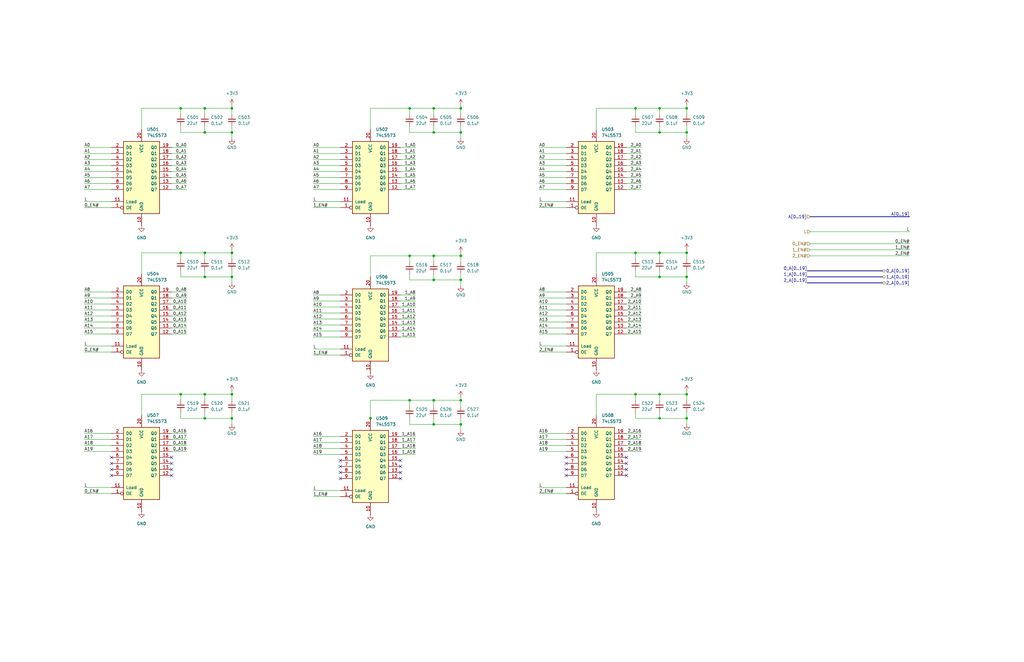
<source format=kicad_sch>
(kicad_sch (version 20231120) (generator "eeschema") (generator_version "8.0")
  (paper "USLedger")
  (lib_symbols
    (symbol "74xx:74LS573" (pin_names (offset 1.016))
      (property "Reference" "U" (at -7.62 16.51 0))
      (property "Value" "74LS573" (at -7.62 -16.51 0))
      (symbol "74LS573_1_0"
        (pin input inverted (at -12.7 -12.7 0) (length 5.08) (name "OE") (number "1"))
        (pin power_in line (at 0 -20.32 90) (length 5.08) (name "GND") (number "10"))
        (pin input line (at -12.7 -10.16 0) (length 5.08) (name "Load") (number "11"))
        (pin tri_state line (at 12.7 -5.08 180) (length 5.08) (name "Q7") (number "12"))
        (pin tri_state line (at 12.7 -2.54 180) (length 5.08) (name "Q6") (number "13"))
        (pin tri_state line (at 12.7 0 180) (length 5.08) (name "Q5") (number "14"))
        (pin tri_state line (at 12.7 2.54 180) (length 5.08) (name "Q4") (number "15"))
        (pin tri_state line (at 12.7 5.08 180) (length 5.08) (name "Q3") (number "16"))
        (pin tri_state line (at 12.7 7.62 180) (length 5.08) (name "Q2") (number "17"))
        (pin tri_state line (at 12.7 10.16 180) (length 5.08) (name "Q1") (number "18"))
        (pin tri_state line (at 12.7 12.7 180) (length 5.08) (name "Q0") (number "19"))
        (pin input line (at -12.7 12.7 0) (length 5.08) (name "D0") (number "2"))
        (pin power_in line (at 0 20.32 270) (length 5.08) (name "VCC") (number "20"))
        (pin input line (at -12.7 10.16 0) (length 5.08) (name "D1") (number "3"))
        (pin input line (at -12.7 7.62 0) (length 5.08) (name "D2") (number "4"))
        (pin input line (at -12.7 5.08 0) (length 5.08) (name "D3") (number "5"))
        (pin input line (at -12.7 2.54 0) (length 5.08) (name "D4") (number "6"))
        (pin input line (at -12.7 0 0) (length 5.08) (name "D5") (number "7"))
        (pin input line (at -12.7 -2.54 0) (length 5.08) (name "D6") (number "8"))
        (pin input line (at -12.7 -5.08 0) (length 5.08) (name "D7") (number "9"))
      )
      (symbol "74LS573_1_1"
        (rectangle (start -7.62 15.24) (end 7.62 -15.24) (stroke (width 0.254)) (fill (type background)))
      )
    )
    (symbol "Device:C_Small" (pin_numbers hide) (pin_names (offset 0.254) hide)
      (property "Reference" "C" (at 0.254 1.778 0))
      (property "Value" "C_Small" (at 0.254 -2.032 0))
      (symbol "C_Small_0_1"
        (polyline (pts (xy -1.524 -0.508) (xy 1.524 -0.508)) (stroke (width 0.3302)))
        (polyline (pts (xy -1.524 0.508) (xy 1.524 0.508)) (stroke (width 0.3048)))
      )
      (symbol "C_Small_1_1"
        (pin passive line (at 0 2.54 270) (length 2.032) (name "~") (number "1"))
        (pin passive line (at 0 -2.54 90) (length 2.032) (name "~") (number "2"))
      )
    )
    (symbol "power:+3V3" (power) (pin_numbers hide) (pin_names (offset 0) hide)
      (property "Value" "+3V3" (at 0 3.556 0))
      (symbol "+3V3_0_1"
        (polyline (pts (xy -0.762 1.27) (xy 0 2.54)))
        (polyline (pts (xy 0 0) (xy 0 2.54)))
        (polyline (pts (xy 0 2.54) (xy 0.762 1.27)))
      )
      (symbol "+3V3_1_1"
        (pin power_in line (at 0 0 90) (length 0) (name "~") (number "1"))
      )
    )
    (symbol "power:GND" (power) (pin_numbers hide) (pin_names (offset 0) hide)
      (property "Value" "GND" (at 0 -3.81 0))
      (symbol "GND_0_1"
        (polyline (pts (xy 0 0) (xy 0 -1.27) (xy 1.27 -1.27) (xy 0 -2.54) (xy -1.27 -1.27) (xy 0 -1.27)))
      )
      (symbol "GND_1_1"
        (pin power_in line (at 0 0 270) (length 0) (name "~") (number "1"))
      )
    )
  )
  (junction (at 76.2 106.68))
  (junction (at 172.72 45.72))
  (junction (at 97.79 45.72))
  (junction (at 289.56 106.68))
  (junction (at 86.36 166.37))
  (junction (at 97.79 166.37))
  (junction (at 76.2 45.72))
  (junction (at 289.56 166.37))
  (junction (at 278.13 166.37))
  (junction (at 182.88 179.07))
  (junction (at 182.88 55.88))
  (junction (at 267.97 45.72))
  (junction (at 278.13 55.88))
  (junction (at 172.72 168.91))
  (junction (at 172.72 107.95))
  (junction (at 97.79 176.53))
  (junction (at 86.36 106.68))
  (junction (at 97.79 116.84))
  (junction (at 86.36 45.72))
  (junction (at 289.56 55.88))
  (junction (at 278.13 45.72))
  (junction (at 182.88 168.91))
  (junction (at 289.56 116.84))
  (junction (at 289.56 176.53))
  (junction (at 278.13 116.84))
  (junction (at 97.79 106.68))
  (junction (at 194.31 45.72))
  (junction (at 86.36 116.84))
  (junction (at 194.31 168.91))
  (junction (at 97.79 55.88))
  (junction (at 267.97 106.68))
  (junction (at 194.31 55.88))
  (junction (at 76.2 166.37))
  (junction (at 194.31 118.11))
  (junction (at 182.88 45.72))
  (junction (at 278.13 106.68))
  (junction (at 182.88 107.95))
  (junction (at 156.21 176.53))
  (junction (at 194.31 179.07))
  (junction (at 86.36 176.53))
  (junction (at 267.97 166.37))
  (junction (at 289.56 45.72))
  (junction (at 278.13 176.53))
  (junction (at 86.36 55.88))
  (junction (at 194.31 107.95))
  (junction (at 182.88 118.11))
  (no_connect (at 72.39 198.12))
  (no_connect (at 46.99 195.58))
  (no_connect (at 46.99 193.04))
  (no_connect (at 46.99 200.66))
  (no_connect (at 143.51 199.39))
  (no_connect (at 46.99 198.12))
  (no_connect (at 264.16 193.04))
  (no_connect (at 72.39 193.04))
  (no_connect (at 264.16 195.58))
  (no_connect (at 238.76 195.58))
  (no_connect (at 143.51 194.31))
  (no_connect (at 143.51 201.93))
  (no_connect (at 72.39 200.66))
  (no_connect (at 72.39 195.58))
  (no_connect (at 168.91 194.31))
  (no_connect (at 168.91 201.93))
  (no_connect (at 264.16 198.12))
  (no_connect (at 238.76 198.12))
  (no_connect (at 168.91 196.85))
  (no_connect (at 238.76 200.66))
  (no_connect (at 143.51 196.85))
  (no_connect (at 238.76 193.04))
  (no_connect (at 168.91 199.39))
  (no_connect (at 264.16 200.66))
  (wire (pts (xy 278.13 106.68) (xy 278.13 109.22)))
  (wire (pts (xy 182.88 45.72) (xy 194.31 45.72)))
  (wire (pts (xy 86.36 166.37) (xy 86.36 168.91)))
  (wire (pts (xy 72.39 128.27) (xy 78.74 128.27)))
  (wire (pts (xy 168.91 77.47) (xy 175.26 77.47)))
  (wire (pts (xy 168.91 186.69) (xy 175.26 186.69)))
  (wire (pts (xy 132.08 132.08) (xy 143.51 132.08)))
  (wire (pts (xy 132.08 186.69) (xy 143.51 186.69)))
  (wire (pts (xy 97.79 45.72) (xy 97.79 48.26)))
  (wire (pts (xy 227.33 146.05) (xy 238.76 146.05)))
  (wire (pts (xy 72.39 125.73) (xy 78.74 125.73)))
  (wire (pts (xy 156.21 54.61) (xy 156.21 45.72)))
  (wire (pts (xy 227.33 135.89) (xy 238.76 135.89)))
  (wire (pts (xy 267.97 116.84) (xy 278.13 116.84)))
  (wire (pts (xy 264.16 130.81) (xy 270.51 130.81)))
  (wire (pts (xy 194.31 53.34) (xy 194.31 55.88)))
  (wire (pts (xy 35.56 62.23) (xy 46.99 62.23)))
  (wire (pts (xy 35.56 140.97) (xy 46.99 140.97)))
  (wire (pts (xy 35.56 80.01) (xy 46.99 80.01)))
  (wire (pts (xy 182.88 45.72) (xy 182.88 48.26)))
  (wire (pts (xy 182.88 53.34) (xy 182.88 55.88)))
  (wire (pts (xy 194.31 168.91) (xy 194.31 171.45)))
  (wire (pts (xy 168.91 67.31) (xy 175.26 67.31)))
  (wire (pts (xy 86.36 116.84) (xy 97.79 116.84)))
  (wire (pts (xy 227.33 62.23) (xy 238.76 62.23)))
  (wire (pts (xy 86.36 173.99) (xy 86.36 176.53)))
  (wire (pts (xy 72.39 130.81) (xy 78.74 130.81)))
  (wire (pts (xy 132.08 207.01) (xy 143.51 207.01)))
  (wire (pts (xy 72.39 182.88) (xy 78.74 182.88)))
  (wire (pts (xy 267.97 109.22) (xy 267.97 106.68)))
  (bus (pts (xy 340.36 119.38) (xy 372.11 119.38)))
  (wire (pts (xy 182.88 107.95) (xy 182.88 110.49)))
  (wire (pts (xy 267.97 48.26) (xy 267.97 45.72)))
  (wire (pts (xy 182.88 115.57) (xy 182.88 118.11)))
  (bus (pts (xy 340.36 116.84) (xy 372.11 116.84)))
  (wire (pts (xy 97.79 105.41) (xy 97.79 106.68)))
  (wire (pts (xy 35.56 128.27) (xy 46.99 128.27)))
  (wire (pts (xy 182.88 55.88) (xy 194.31 55.88)))
  (wire (pts (xy 86.36 106.68) (xy 86.36 109.22)))
  (wire (pts (xy 227.33 125.73) (xy 238.76 125.73)))
  (wire (pts (xy 267.97 168.91) (xy 267.97 166.37)))
  (wire (pts (xy 76.2 173.99) (xy 76.2 176.53)))
  (wire (pts (xy 59.69 45.72) (xy 76.2 45.72)))
  (wire (pts (xy 251.46 166.37) (xy 267.97 166.37)))
  (wire (pts (xy 264.16 135.89) (xy 270.51 135.89)))
  (wire (pts (xy 132.08 129.54) (xy 143.51 129.54)))
  (wire (pts (xy 97.79 114.3) (xy 97.79 116.84)))
  (wire (pts (xy 251.46 106.68) (xy 267.97 106.68)))
  (wire (pts (xy 172.72 55.88) (xy 182.88 55.88)))
  (wire (pts (xy 227.33 74.93) (xy 238.76 74.93)))
  (wire (pts (xy 35.56 69.85) (xy 46.99 69.85)))
  (wire (pts (xy 76.2 116.84) (xy 86.36 116.84)))
  (wire (pts (xy 168.91 139.7) (xy 175.26 139.7)))
  (wire (pts (xy 86.36 114.3) (xy 86.36 116.84)))
  (wire (pts (xy 35.56 125.73) (xy 46.99 125.73)))
  (wire (pts (xy 168.91 184.15) (xy 175.26 184.15)))
  (wire (pts (xy 35.56 74.93) (xy 46.99 74.93)))
  (wire (pts (xy 132.08 72.39) (xy 143.51 72.39)))
  (wire (pts (xy 168.91 69.85) (xy 175.26 69.85)))
  (wire (pts (xy 194.31 176.53) (xy 194.31 179.07)))
  (wire (pts (xy 168.91 129.54) (xy 175.26 129.54)))
  (wire (pts (xy 72.39 74.93) (xy 78.74 74.93)))
  (wire (pts (xy 289.56 45.72) (xy 289.56 48.26)))
  (wire (pts (xy 59.69 115.57) (xy 59.69 106.68)))
  (wire (pts (xy 132.08 85.09) (xy 143.51 85.09)))
  (wire (pts (xy 97.79 44.45) (xy 97.79 45.72)))
  (wire (pts (xy 278.13 45.72) (xy 289.56 45.72)))
  (wire (pts (xy 194.31 118.11) (xy 194.31 120.65)))
  (wire (pts (xy 72.39 64.77) (xy 78.74 64.77)))
  (wire (pts (xy 227.33 128.27) (xy 238.76 128.27)))
  (wire (pts (xy 278.13 53.34) (xy 278.13 55.88)))
  (wire (pts (xy 72.39 185.42) (xy 78.74 185.42)))
  (wire (pts (xy 172.72 176.53) (xy 172.72 179.07)))
  (wire (pts (xy 182.88 118.11) (xy 194.31 118.11)))
  (wire (pts (xy 194.31 45.72) (xy 194.31 48.26)))
  (wire (pts (xy 59.69 175.26) (xy 59.69 166.37)))
  (wire (pts (xy 341.63 105.41) (xy 383.54 105.41)))
  (wire (pts (xy 59.69 106.68) (xy 76.2 106.68)))
  (wire (pts (xy 97.79 173.99) (xy 97.79 176.53)))
  (wire (pts (xy 227.33 130.81) (xy 238.76 130.81)))
  (wire (pts (xy 35.56 146.05) (xy 46.99 146.05)))
  (wire (pts (xy 289.56 55.88) (xy 289.56 58.42)))
  (wire (pts (xy 72.39 62.23) (xy 78.74 62.23)))
  (wire (pts (xy 76.2 55.88) (xy 86.36 55.88)))
  (wire (pts (xy 227.33 64.77) (xy 238.76 64.77)))
  (wire (pts (xy 168.91 127) (xy 175.26 127)))
  (wire (pts (xy 278.13 173.99) (xy 278.13 176.53)))
  (wire (pts (xy 86.36 55.88) (xy 97.79 55.88)))
  (wire (pts (xy 35.56 135.89) (xy 46.99 135.89)))
  (wire (pts (xy 182.88 179.07) (xy 194.31 179.07)))
  (wire (pts (xy 251.46 115.57) (xy 251.46 106.68)))
  (wire (pts (xy 227.33 123.19) (xy 238.76 123.19)))
  (wire (pts (xy 35.56 208.28) (xy 46.99 208.28)))
  (wire (pts (xy 267.97 166.37) (xy 278.13 166.37)))
  (wire (pts (xy 35.56 182.88) (xy 46.99 182.88)))
  (wire (pts (xy 156.21 168.91) (xy 172.72 168.91)))
  (wire (pts (xy 264.16 69.85) (xy 270.51 69.85)))
  (wire (pts (xy 227.33 133.35) (xy 238.76 133.35)))
  (wire (pts (xy 278.13 45.72) (xy 278.13 48.26)))
  (wire (pts (xy 59.69 166.37) (xy 76.2 166.37)))
  (wire (pts (xy 264.16 77.47) (xy 270.51 77.47)))
  (wire (pts (xy 172.72 107.95) (xy 182.88 107.95)))
  (wire (pts (xy 97.79 53.34) (xy 97.79 55.88)))
  (wire (pts (xy 289.56 53.34) (xy 289.56 55.88)))
  (wire (pts (xy 341.63 102.87) (xy 383.54 102.87)))
  (wire (pts (xy 132.08 77.47) (xy 143.51 77.47)))
  (wire (pts (xy 156.21 107.95) (xy 172.72 107.95)))
  (wire (pts (xy 289.56 44.45) (xy 289.56 45.72)))
  (wire (pts (xy 35.56 148.59) (xy 46.99 148.59)))
  (wire (pts (xy 172.72 110.49) (xy 172.72 107.95)))
  (wire (pts (xy 264.16 80.01) (xy 270.51 80.01)))
  (wire (pts (xy 194.31 44.45) (xy 194.31 45.72)))
  (wire (pts (xy 227.33 140.97) (xy 238.76 140.97)))
  (wire (pts (xy 132.08 62.23) (xy 143.51 62.23)))
  (wire (pts (xy 341.63 107.95) (xy 383.54 107.95)))
  (wire (pts (xy 76.2 168.91) (xy 76.2 166.37)))
  (wire (pts (xy 194.31 167.64) (xy 194.31 168.91)))
  (wire (pts (xy 132.08 80.01) (xy 143.51 80.01)))
  (wire (pts (xy 194.31 179.07) (xy 194.31 181.61)))
  (wire (pts (xy 172.72 171.45) (xy 172.72 168.91)))
  (wire (pts (xy 168.91 80.01) (xy 175.26 80.01)))
  (wire (pts (xy 194.31 115.57) (xy 194.31 118.11)))
  (wire (pts (xy 76.2 166.37) (xy 86.36 166.37)))
  (wire (pts (xy 182.88 107.95) (xy 194.31 107.95)))
  (wire (pts (xy 76.2 53.34) (xy 76.2 55.88)))
  (wire (pts (xy 264.16 74.93) (xy 270.51 74.93)))
  (wire (pts (xy 227.33 190.5) (xy 238.76 190.5)))
  (wire (pts (xy 172.72 45.72) (xy 182.88 45.72)))
  (wire (pts (xy 86.36 166.37) (xy 97.79 166.37)))
  (wire (pts (xy 227.33 148.59) (xy 238.76 148.59)))
  (wire (pts (xy 289.56 173.99) (xy 289.56 176.53)))
  (wire (pts (xy 289.56 116.84) (xy 289.56 119.38)))
  (wire (pts (xy 97.79 55.88) (xy 97.79 58.42)))
  (wire (pts (xy 35.56 187.96) (xy 46.99 187.96)))
  (wire (pts (xy 168.91 191.77) (xy 175.26 191.77)))
  (bus (pts (xy 340.36 114.3) (xy 372.11 114.3)))
  (wire (pts (xy 264.16 72.39) (xy 270.51 72.39)))
  (wire (pts (xy 267.97 114.3) (xy 267.97 116.84)))
  (wire (pts (xy 168.91 64.77) (xy 175.26 64.77)))
  (wire (pts (xy 267.97 53.34) (xy 267.97 55.88)))
  (wire (pts (xy 278.13 116.84) (xy 289.56 116.84)))
  (wire (pts (xy 168.91 142.24) (xy 175.26 142.24)))
  (wire (pts (xy 35.56 123.19) (xy 46.99 123.19)))
  (wire (pts (xy 278.13 166.37) (xy 278.13 168.91)))
  (wire (pts (xy 132.08 127) (xy 143.51 127)))
  (wire (pts (xy 72.39 140.97) (xy 78.74 140.97)))
  (wire (pts (xy 172.72 179.07) (xy 182.88 179.07)))
  (wire (pts (xy 264.16 123.19) (xy 270.51 123.19)))
  (wire (pts (xy 251.46 54.61) (xy 251.46 45.72)))
  (wire (pts (xy 264.16 187.96) (xy 270.51 187.96)))
  (wire (pts (xy 264.16 125.73) (xy 270.51 125.73)))
  (wire (pts (xy 278.13 166.37) (xy 289.56 166.37)))
  (wire (pts (xy 86.36 45.72) (xy 86.36 48.26)))
  (wire (pts (xy 132.08 147.32) (xy 143.51 147.32)))
  (wire (pts (xy 86.36 45.72) (xy 97.79 45.72)))
  (wire (pts (xy 86.36 176.53) (xy 97.79 176.53)))
  (wire (pts (xy 76.2 106.68) (xy 86.36 106.68)))
  (wire (pts (xy 132.08 209.55) (xy 143.51 209.55)))
  (wire (pts (xy 72.39 135.89) (xy 78.74 135.89)))
  (wire (pts (xy 132.08 184.15) (xy 143.51 184.15)))
  (wire (pts (xy 72.39 187.96) (xy 78.74 187.96)))
  (wire (pts (xy 194.31 55.88) (xy 194.31 58.42)))
  (wire (pts (xy 168.91 72.39) (xy 175.26 72.39)))
  (wire (pts (xy 227.33 185.42) (xy 238.76 185.42)))
  (wire (pts (xy 172.72 53.34) (xy 172.72 55.88)))
  (wire (pts (xy 72.39 80.01) (xy 78.74 80.01)))
  (wire (pts (xy 227.33 87.63) (xy 238.76 87.63)))
  (wire (pts (xy 264.16 140.97) (xy 270.51 140.97)))
  (wire (pts (xy 264.16 128.27) (xy 270.51 128.27)))
  (wire (pts (xy 264.16 182.88) (xy 270.51 182.88)))
  (wire (pts (xy 194.31 107.95) (xy 194.31 110.49)))
  (wire (pts (xy 35.56 205.74) (xy 46.99 205.74)))
  (wire (pts (xy 132.08 191.77) (xy 143.51 191.77)))
  (wire (pts (xy 72.39 72.39) (xy 78.74 72.39)))
  (wire (pts (xy 97.79 106.68) (xy 97.79 109.22)))
  (wire (pts (xy 264.16 133.35) (xy 270.51 133.35)))
  (wire (pts (xy 132.08 149.86) (xy 143.51 149.86)))
  (wire (pts (xy 172.72 168.91) (xy 182.88 168.91)))
  (wire (pts (xy 156.21 177.8) (xy 156.21 176.53)))
  (wire (pts (xy 35.56 130.81) (xy 46.99 130.81)))
  (wire (pts (xy 267.97 55.88) (xy 278.13 55.88)))
  (wire (pts (xy 341.63 97.79) (xy 383.54 97.79)))
  (wire (pts (xy 76.2 114.3) (xy 76.2 116.84)))
  (wire (pts (xy 35.56 190.5) (xy 46.99 190.5)))
  (wire (pts (xy 267.97 45.72) (xy 278.13 45.72)))
  (wire (pts (xy 182.88 168.91) (xy 194.31 168.91)))
  (wire (pts (xy 35.56 67.31) (xy 46.99 67.31)))
  (wire (pts (xy 72.39 123.19) (xy 78.74 123.19)))
  (wire (pts (xy 132.08 142.24) (xy 143.51 142.24)))
  (wire (pts (xy 278.13 176.53) (xy 289.56 176.53)))
  (wire (pts (xy 267.97 106.68) (xy 278.13 106.68)))
  (wire (pts (xy 86.36 53.34) (xy 86.36 55.88)))
  (wire (pts (xy 264.16 138.43) (xy 270.51 138.43)))
  (wire (pts (xy 227.33 80.01) (xy 238.76 80.01)))
  (wire (pts (xy 132.08 189.23) (xy 143.51 189.23)))
  (wire (pts (xy 227.33 77.47) (xy 238.76 77.47)))
  (wire (pts (xy 172.72 115.57) (xy 172.72 118.11)))
  (wire (pts (xy 35.56 72.39) (xy 46.99 72.39)))
  (wire (pts (xy 264.16 185.42) (xy 270.51 185.42)))
  (wire (pts (xy 227.33 67.31) (xy 238.76 67.31)))
  (wire (pts (xy 35.56 87.63) (xy 46.99 87.63)))
  (wire (pts (xy 132.08 74.93) (xy 143.51 74.93)))
  (wire (pts (xy 72.39 69.85) (xy 78.74 69.85)))
  (wire (pts (xy 227.33 72.39) (xy 238.76 72.39)))
  (wire (pts (xy 267.97 173.99) (xy 267.97 176.53)))
  (wire (pts (xy 168.91 124.46) (xy 175.26 124.46)))
  (wire (pts (xy 278.13 114.3) (xy 278.13 116.84)))
  (wire (pts (xy 227.33 187.96) (xy 238.76 187.96)))
  (wire (pts (xy 132.08 124.46) (xy 143.51 124.46)))
  (wire (pts (xy 227.33 85.09) (xy 238.76 85.09)))
  (wire (pts (xy 289.56 165.1) (xy 289.56 166.37)))
  (wire (pts (xy 132.08 67.31) (xy 143.51 67.31)))
  (wire (pts (xy 168.91 134.62) (xy 175.26 134.62)))
  (wire (pts (xy 97.79 166.37) (xy 97.79 168.91)))
  (wire (pts (xy 35.56 85.09) (xy 46.99 85.09)))
  (wire (pts (xy 227.33 205.74) (xy 238.76 205.74)))
  (wire (pts (xy 132.08 137.16) (xy 143.51 137.16)))
  (wire (pts (xy 132.08 134.62) (xy 143.51 134.62)))
  (wire (pts (xy 168.91 137.16) (xy 175.26 137.16)))
  (wire (pts (xy 59.69 54.61) (xy 59.69 45.72)))
  (wire (pts (xy 72.39 190.5) (xy 78.74 190.5)))
  (wire (pts (xy 264.16 62.23) (xy 270.51 62.23)))
  (wire (pts (xy 72.39 67.31) (xy 78.74 67.31)))
  (wire (pts (xy 182.88 176.53) (xy 182.88 179.07)))
  (wire (pts (xy 264.16 64.77) (xy 270.51 64.77)))
  (wire (pts (xy 72.39 138.43) (xy 78.74 138.43)))
  (wire (pts (xy 132.08 87.63) (xy 143.51 87.63)))
  (wire (pts (xy 168.91 132.08) (xy 175.26 132.08)))
  (wire (pts (xy 289.56 114.3) (xy 289.56 116.84)))
  (wire (pts (xy 76.2 109.22) (xy 76.2 106.68)))
  (wire (pts (xy 86.36 106.68) (xy 97.79 106.68)))
  (wire (pts (xy 35.56 133.35) (xy 46.99 133.35)))
  (wire (pts (xy 227.33 182.88) (xy 238.76 182.88)))
  (wire (pts (xy 156.21 45.72) (xy 172.72 45.72)))
  (wire (pts (xy 194.31 106.68) (xy 194.31 107.95)))
  (wire (pts (xy 278.13 106.68) (xy 289.56 106.68)))
  (wire (pts (xy 227.33 208.28) (xy 238.76 208.28)))
  (wire (pts (xy 35.56 77.47) (xy 46.99 77.47)))
  (wire (pts (xy 172.72 48.26) (xy 172.72 45.72)))
  (wire (pts (xy 182.88 168.91) (xy 182.88 171.45)))
  (bus (pts (xy 383.54 91.44) (xy 341.63 91.44)))
  (wire (pts (xy 97.79 165.1) (xy 97.79 166.37)))
  (wire (pts (xy 264.16 67.31) (xy 270.51 67.31)))
  (wire (pts (xy 289.56 166.37) (xy 289.56 168.91)))
  (wire (pts (xy 251.46 45.72) (xy 267.97 45.72)))
  (wire (pts (xy 289.56 105.41) (xy 289.56 106.68)))
  (wire (pts (xy 76.2 176.53) (xy 86.36 176.53)))
  (wire (pts (xy 168.91 189.23) (xy 175.26 189.23)))
  (wire (pts (xy 72.39 133.35) (xy 78.74 133.35)))
  (wire (pts (xy 35.56 185.42) (xy 46.99 185.42)))
  (wire (pts (xy 289.56 106.68) (xy 289.56 109.22)))
  (wire (pts (xy 76.2 45.72) (xy 86.36 45.72)))
  (wire (pts (xy 168.91 62.23) (xy 175.26 62.23)))
  (wire (pts (xy 132.08 139.7) (xy 143.51 139.7)))
  (wire (pts (xy 156.21 176.53) (xy 156.21 168.91)))
  (wire (pts (xy 156.21 116.84) (xy 156.21 107.95)))
  (wire (pts (xy 267.97 176.53) (xy 278.13 176.53)))
  (wire (pts (xy 97.79 116.84) (xy 97.79 119.38)))
  (wire (pts (xy 132.08 64.77) (xy 143.51 64.77)))
  (wire (pts (xy 264.16 190.5) (xy 270.51 190.5)))
  (wire (pts (xy 251.46 175.26) (xy 251.46 166.37)))
  (wire (pts (xy 76.2 48.26) (xy 76.2 45.72)))
  (wire (pts (xy 97.79 176.53) (xy 97.79 179.07)))
  (wire (pts (xy 35.56 138.43) (xy 46.99 138.43)))
  (wire (pts (xy 289.56 176.53) (xy 289.56 179.07)))
  (wire (pts (xy 227.33 69.85) (xy 238.76 69.85)))
  (wire (pts (xy 72.39 77.47) (xy 78.74 77.47)))
  (wire (pts (xy 227.33 138.43) (xy 238.76 138.43)))
  (wire (pts (xy 168.91 74.93) (xy 175.26 74.93)))
  (wire (pts (xy 278.13 55.88) (xy 289.56 55.88)))
  (wire (pts (xy 35.56 64.77) (xy 46.99 64.77)))
  (wire (pts (xy 132.08 69.85) (xy 143.51 69.85)))
  (wire (pts (xy 172.72 118.11) (xy 182.88 118.11)))
  (label "2_A18" (at 270.51 187.96 180))
  (label "0_EN#" (at 383.54 102.87 180))
  (label "2_A[0..19]" (at 340.36 119.38 180))
  (label "1_A15" (at 175.26 142.24 180))
  (label "A15" (at 35.56 140.97 0))
  (label "2_A6" (at 270.51 77.47 180))
  (label "L" (at 227.33 205.74 0))
  (label "2_A10" (at 270.51 128.27 180))
  (label "0_A5" (at 78.74 74.93 180))
  (label "A2" (at 35.56 67.31 0))
  (label "2_EN#" (at 227.33 148.59 0))
  (label "1_A8" (at 175.26 124.46 180))
  (label "2_A1" (at 270.51 64.77 180))
  (label "A3" (at 132.08 69.85 0))
  (label "1_A9" (at 175.26 127 180))
  (label "A19" (at 132.08 191.77 0))
  (label "A1" (at 35.56 64.77 0))
  (label "2_A7" (at 270.51 80.01 180))
  (label "2_A13" (at 270.51 135.89 180))
  (label "0_A18" (at 78.74 187.96 180))
  (label "0_A2" (at 78.74 67.31 180))
  (label "1_A0" (at 175.26 62.23 180))
  (label "A4" (at 35.56 72.39 0))
  (label "A8" (at 227.33 123.19 0))
  (label "0_A7" (at 78.74 80.01 180))
  (label "A13" (at 132.08 137.16 0))
  (label "A9" (at 132.08 127 0))
  (label "A6" (at 35.56 77.47 0))
  (label "A15" (at 132.08 142.24 0))
  (label "1_EN#" (at 383.54 105.41 180))
  (label "A9" (at 227.33 125.73 0))
  (label "2_A0" (at 270.51 62.23 180))
  (label "A8" (at 132.08 124.46 0))
  (label "0_A10" (at 78.74 128.27 180))
  (label "A15" (at 227.33 140.97 0))
  (label "A11" (at 35.56 130.81 0))
  (label "A10" (at 35.56 128.27 0))
  (label "L" (at 35.56 85.09 0))
  (label "2_EN#" (at 383.54 107.95 180))
  (label "2_A17" (at 270.51 185.42 180))
  (label "A0" (at 132.08 62.23 0))
  (label "1_EN#" (at 132.08 209.55 0))
  (label "0_A13" (at 78.74 135.89 180))
  (label "L" (at 227.33 85.09 0))
  (label "0_A15" (at 78.74 140.97 180))
  (label "1_A6" (at 175.26 77.47 180))
  (label "0_A3" (at 78.74 69.85 180))
  (label "1_A5" (at 175.26 74.93 180))
  (label "A18" (at 35.56 187.96 0))
  (label "A8" (at 35.56 123.19 0))
  (label "0_A8" (at 78.74 123.19 180))
  (label "L" (at 383.54 97.79 180))
  (label "1_A19" (at 175.26 191.77 180))
  (label "L" (at 227.33 146.05 0))
  (label "A12" (at 132.08 134.62 0))
  (label "0_A19" (at 78.74 190.5 180))
  (label "A9" (at 35.56 125.73 0))
  (label "A3" (at 35.56 69.85 0))
  (label "L" (at 132.08 207.01 0))
  (label "0_A12" (at 78.74 133.35 180))
  (label "2_A3" (at 270.51 69.85 180))
  (label "1_A12" (at 175.26 134.62 180))
  (label "A10" (at 227.33 128.27 0))
  (label "A7" (at 227.33 80.01 0))
  (label "2_A9" (at 270.51 125.73 180))
  (label "A11" (at 132.08 132.08 0))
  (label "1_A18" (at 175.26 189.23 180))
  (label "A1" (at 227.33 64.77 0))
  (label "A16" (at 227.33 182.88 0))
  (label "A10" (at 132.08 129.54 0))
  (label "A3" (at 227.33 69.85 0))
  (label "A18" (at 132.08 189.23 0))
  (label "1_A13" (at 175.26 137.16 180))
  (label "A16" (at 35.56 182.88 0))
  (label "2_A4" (at 270.51 72.39 180))
  (label "0_A6" (at 78.74 77.47 180))
  (label "1_A17" (at 175.26 186.69 180))
  (label "2_A16" (at 270.51 182.88 180))
  (label "A5" (at 132.08 74.93 0))
  (label "A14" (at 227.33 138.43 0))
  (label "1_A1" (at 175.26 64.77 180))
  (label "0_A11" (at 78.74 130.81 180))
  (label "1_A14" (at 175.26 139.7 180))
  (label "A13" (at 35.56 135.89 0))
  (label "A17" (at 35.56 185.42 0))
  (label "2_EN#" (at 227.33 87.63 0))
  (label "0_A0" (at 78.74 62.23 180))
  (label "L" (at 132.08 147.32 0))
  (label "A0" (at 227.33 62.23 0))
  (label "A7" (at 132.08 80.01 0))
  (label "0_A[0..19]" (at 340.36 114.3 180))
  (label "A14" (at 132.08 139.7 0))
  (label "A17" (at 227.33 185.42 0))
  (label "A18" (at 227.33 187.96 0))
  (label "1_A4" (at 175.26 72.39 180))
  (label "A11" (at 227.33 130.81 0))
  (label "2_A19" (at 270.51 190.5 180))
  (label "2_A12" (at 270.51 133.35 180))
  (label "0_A9" (at 78.74 125.73 180))
  (label "2_A15" (at 270.51 140.97 180))
  (label "A6" (at 132.08 77.47 0))
  (label "A12" (at 227.33 133.35 0))
  (label "0_A16" (at 78.74 182.88 180))
  (label "A0" (at 35.56 62.23 0))
  (label "A12" (at 35.56 133.35 0))
  (label "A1" (at 132.08 64.77 0))
  (label "A5" (at 35.56 74.93 0))
  (label "A5" (at 227.33 74.93 0))
  (label "1_A[0..19]" (at 340.36 116.84 180))
  (label "A16" (at 132.08 184.15 0))
  (label "L" (at 132.08 85.09 0))
  (label "L" (at 35.56 146.05 0))
  (label "A6" (at 227.33 77.47 0))
  (label "A19" (at 227.33 190.5 0))
  (label "L" (at 35.56 205.74 0))
  (label "1_A11" (at 175.26 132.08 180))
  (label "2_A2" (at 270.51 67.31 180))
  (label "1_A16" (at 175.26 184.15 180))
  (label "2_A5" (at 270.51 74.93 180))
  (label "2_A14" (at 270.51 138.43 180))
  (label "1_EN#" (at 132.08 149.86 0))
  (label "A4" (at 227.33 72.39 0))
  (label "A13" (at 227.33 135.89 0))
  (label "1_A3" (at 175.26 69.85 180))
  (label "0_A17" (at 78.74 185.42 180))
  (label "A19" (at 35.56 190.5 0))
  (label "A17" (at 132.08 186.69 0))
  (label "0_A1" (at 78.74 64.77 180))
  (label "A2" (at 227.33 67.31 0))
  (label "0_EN#" (at 35.56 148.59 0))
  (label "2_EN#" (at 227.33 208.28 0))
  (label "2_A11" (at 270.51 130.81 180))
  (label "0_A4" (at 78.74 72.39 180))
  (label "1_EN#" (at 132.08 87.63 0))
  (label "0_EN#" (at 35.56 208.28 0))
  (label "0_A14" (at 78.74 138.43 180))
  (label "A4" (at 132.08 72.39 0))
  (label "A7" (at 35.56 80.01 0))
  (label "1_A10" (at 175.26 129.54 180))
  (label "A2" (at 132.08 67.31 0))
  (label "1_A2" (at 175.26 67.31 180))
  (label "1_A7" (at 175.26 80.01 180))
  (label "0_EN#" (at 35.56 87.63 0))
  (label "2_A8" (at 270.51 123.19 180))
  (label "A14" (at 35.56 138.43 0))
  (label "A[0..19]" (at 383.54 91.44 180))
  (hierarchical_label "0_EN#" (shape input) (at 341.63 102.87 180))
  (hierarchical_label "1_A[0..19]" (shape tri_state) (at 372.11 116.84 0))
  (hierarchical_label "A[0..19]" (shape input) (at 341.63 91.44 180))
  (hierarchical_label "L" (shape input) (at 341.63 97.79 180))
  (hierarchical_label "1_EN#" (shape input) (at 341.63 105.41 180))
  (hierarchical_label "0_A[0..19]" (shape tri_state) (at 372.11 114.3 0))
  (hierarchical_label "2_EN#" (shape input) (at 341.63 107.95 180))
  (hierarchical_label "2_A[0..19]" (shape tri_state) (at 372.11 119.38 0))
  (symbol (lib_id "power:+3V3") (at 289.56 165.1 0) (unit 1)
    (property "Reference" "#PWR0520" (effects (hide yes)))
    (property "Value" "+3V3" (at 289.56 160.02 0))
    (property "Description" "Power symbol creates a global label with name \"+3V3\"" (effects (hide yes)))
  )
  (symbol (lib_id "power:GND") (at 97.79 179.07 0) (unit 1)
    (property "Reference" "#PWR0522" (effects (hide yes)))
    (property "Value" "GND" (at 97.79 182.88 0))
    (property "Description" "Power symbol creates a global label with name \"GND\" , ground" (effects (hide yes)))
  )
  (symbol (lib_id "power:GND") (at 97.79 119.38 0) (unit 1)
    (property "Reference" "#PWR0513" (effects (hide yes)))
    (property "Value" "GND" (at 97.79 123.19 0))
    (property "Description" "Power symbol creates a global label with name \"GND\" , ground" (effects (hide yes)))
  )
  (symbol (lib_id "power:GND") (at 156.21 95.25 0) (unit 1)
    (property "Reference" "#PWR0508" (effects (hide yes)))
    (property "Value" "GND" (at 156.21 100.33 0))
    (property "Description" "Power symbol creates a global label with name \"GND\" , ground" (effects (hide yes)))
  )
  (symbol (lib_id "Device:C_Small") (at 76.2 50.8 0) (unit 1)
    (property "Reference" "C501" (at 78.74 49.5362 0) (effects (justify left)))
    (property "Value" "22uf" (at 78.74 52.0762 0) (effects (justify left)))
    (property "Footprint" "Capacitor_SMD:C_0603_1608Metric" (effects (hide yes)))
    (property "Description" "Unpolarized capacitor, small symbol" (effects (hide yes)))
    (property "LCSC Part #" "C59461" (effects (hide yes)))
    (property "Digi-Key Part Number" "490-7611-1-ND" (effects (hide yes)))
  )
  (symbol (lib_id "Device:C_Small") (at 97.79 171.45 0) (unit 1)
    (property "Reference" "C521" (at 100.33 170.1862 0) (effects (justify left)))
    (property "Value" "0.1uf" (at 100.33 172.7262 0) (effects (justify left)))
    (property "Footprint" "Capacitor_SMD:C_0402_1005Metric" (effects (hide yes)))
    (property "Description" "Unpolarized capacitor, small symbol" (effects (hide yes)))
    (property "LCSC Part #" "C1525" (effects (hide yes)))
    (property "Digi-Key Part Number" "490-6328-1-ND" (effects (hide yes)))
  )
  (symbol (lib_id "74xx:74LS573") (at 59.69 135.89 0) (unit 1)
    (property "Reference" "U504" (at 61.8841 115.57 0) (effects (justify left)))
    (property "Value" "74LS573" (at 61.8841 118.11 0) (effects (justify left)))
    (property "Footprint" "Package_SO:SSOP-20_4.4x6.5mm_P0.65mm" (effects (hide yes)))
    (property "Datasheet" "74xx/74hc573.pdf" (effects (hide yes)))
    (property "Description" "8-bit Latch 3-state outputs" (effects (hide yes)))
    (property "LCSC Part #" "C7194124" (effects (hide yes)))
  )
  (symbol (lib_id "power:+3V3") (at 289.56 105.41 0) (unit 1)
    (property "Reference" "#PWR0511" (effects (hide yes)))
    (property "Value" "+3V3" (at 289.56 100.33 0))
    (property "Description" "Power symbol creates a global label with name \"+3V3\"" (effects (hide yes)))
  )
  (symbol (lib_id "Device:C_Small") (at 194.31 113.03 0) (unit 1)
    (property "Reference" "C518" (at 196.85 111.7662 0) (effects (justify left)))
    (property "Value" "0.1uf" (at 196.85 114.3062 0) (effects (justify left)))
    (property "Footprint" "Capacitor_SMD:C_0402_1005Metric" (effects (hide yes)))
    (property "Description" "Unpolarized capacitor, small symbol" (effects (hide yes)))
    (property "LCSC Part #" "C1525" (effects (hide yes)))
    (property "Digi-Key Part Number" "490-6328-1-ND" (effects (hide yes)))
  )
  (symbol (lib_id "power:GND") (at 59.69 95.25 0) (unit 1)
    (property "Reference" "#PWR0507" (effects (hide yes)))
    (property "Value" "GND" (at 59.69 100.33 0))
    (property "Description" "Power symbol creates a global label with name \"GND\" , ground" (effects (hide yes)))
  )
  (symbol (lib_id "Device:C_Small") (at 267.97 50.8 0) (unit 1)
    (property "Reference" "C507" (at 270.51 49.5362 0) (effects (justify left)))
    (property "Value" "22uf" (at 270.51 52.0762 0) (effects (justify left)))
    (property "Footprint" "Capacitor_SMD:C_0603_1608Metric" (effects (hide yes)))
    (property "Description" "Unpolarized capacitor, small symbol" (effects (hide yes)))
    (property "LCSC Part #" "C59461" (effects (hide yes)))
    (property "Digi-Key Part Number" "490-7611-1-ND" (effects (hide yes)))
  )
  (symbol (lib_id "Device:C_Small") (at 182.88 50.8 0) (unit 1)
    (property "Reference" "C505" (at 185.42 49.5362 0) (effects (justify left)))
    (property "Value" "0.1uf" (at 185.42 52.0762 0) (effects (justify left)))
    (property "Footprint" "Capacitor_SMD:C_0402_1005Metric" (effects (hide yes)))
    (property "Description" "Unpolarized capacitor, small symbol" (effects (hide yes)))
    (property "LCSC Part #" "C1525" (effects (hide yes)))
    (property "Digi-Key Part Number" "490-6328-1-ND" (effects (hide yes)))
  )
  (symbol (lib_id "Device:C_Small") (at 86.36 111.76 0) (unit 1)
    (property "Reference" "C511" (at 88.9 110.4962 0) (effects (justify left)))
    (property "Value" "0.1uf" (at 88.9 113.0362 0) (effects (justify left)))
    (property "Footprint" "Capacitor_SMD:C_0402_1005Metric" (effects (hide yes)))
    (property "Description" "Unpolarized capacitor, small symbol" (effects (hide yes)))
    (property "LCSC Part #" "C1525" (effects (hide yes)))
    (property "Digi-Key Part Number" "490-6328-1-ND" (effects (hide yes)))
  )
  (symbol (lib_id "Device:C_Small") (at 172.72 173.99 0) (unit 1)
    (property "Reference" "C525" (at 175.26 172.7262 0) (effects (justify left)))
    (property "Value" "22uf" (at 175.26 175.2662 0) (effects (justify left)))
    (property "Footprint" "Capacitor_SMD:C_0603_1608Metric" (effects (hide yes)))
    (property "Description" "Unpolarized capacitor, small symbol" (effects (hide yes)))
    (property "LCSC Part #" "C59461" (effects (hide yes)))
    (property "Digi-Key Part Number" "490-7611-1-ND" (effects (hide yes)))
  )
  (symbol (lib_id "Device:C_Small") (at 172.72 113.03 0) (unit 1)
    (property "Reference" "C516" (at 175.26 111.7662 0) (effects (justify left)))
    (property "Value" "22uf" (at 175.26 114.3062 0) (effects (justify left)))
    (property "Footprint" "Capacitor_SMD:C_0603_1608Metric" (effects (hide yes)))
    (property "Description" "Unpolarized capacitor, small symbol" (effects (hide yes)))
    (property "LCSC Part #" "C59461" (effects (hide yes)))
    (property "Digi-Key Part Number" "490-7611-1-ND" (effects (hide yes)))
  )
  (symbol (lib_id "74xx:74LS573") (at 251.46 195.58 0) (unit 1)
    (property "Reference" "U508" (at 253.6541 175.26 0) (effects (justify left)))
    (property "Value" "74LS573" (at 253.6541 177.8 0) (effects (justify left)))
    (property "Footprint" "Package_SO:SSOP-20_4.4x6.5mm_P0.65mm" (effects (hide yes)))
    (property "Datasheet" "74xx/74hc573.pdf" (effects (hide yes)))
    (property "Description" "8-bit Latch 3-state outputs" (effects (hide yes)))
    (property "LCSC Part #" "C7194124" (effects (hide yes)))
  )
  (symbol (lib_id "74xx:74LS573") (at 156.21 137.16 0) (unit 1)
    (property "Reference" "U506" (at 158.4041 116.84 0) (effects (justify left)))
    (property "Value" "74LS573" (at 158.4041 119.38 0) (effects (justify left)))
    (property "Footprint" "Package_SO:SSOP-20_4.4x6.5mm_P0.65mm" (effects (hide yes)))
    (property "Datasheet" "74xx/74hc573.pdf" (effects (hide yes)))
    (property "Description" "8-bit Latch 3-state outputs" (effects (hide yes)))
    (property "LCSC Part #" "C7194124" (effects (hide yes)))
  )
  (symbol (lib_id "74xx:74LS573") (at 251.46 135.89 0) (unit 1)
    (property "Reference" "U505" (at 253.6541 115.57 0) (effects (justify left)))
    (property "Value" "74LS573" (at 253.6541 118.11 0) (effects (justify left)))
    (property "Footprint" "Package_SO:SSOP-20_4.4x6.5mm_P0.65mm" (effects (hide yes)))
    (property "Datasheet" "74xx/74hc573.pdf" (effects (hide yes)))
    (property "Description" "8-bit Latch 3-state outputs" (effects (hide yes)))
    (property "LCSC Part #" "C7194124" (effects (hide yes)))
  )
  (symbol (lib_id "Device:C_Small") (at 172.72 50.8 0) (unit 1)
    (property "Reference" "C504" (at 175.26 49.5362 0) (effects (justify left)))
    (property "Value" "22uf" (at 175.26 52.0762 0) (effects (justify left)))
    (property "Footprint" "Capacitor_SMD:C_0603_1608Metric" (effects (hide yes)))
    (property "Description" "Unpolarized capacitor, small symbol" (effects (hide yes)))
    (property "LCSC Part #" "C59461" (effects (hide yes)))
    (property "Digi-Key Part Number" "490-7611-1-ND" (effects (hide yes)))
  )
  (symbol (lib_id "Device:C_Small") (at 278.13 111.76 0) (unit 1)
    (property "Reference" "C514" (at 280.67 110.4962 0) (effects (justify left)))
    (property "Value" "0.1uf" (at 280.67 113.0362 0) (effects (justify left)))
    (property "Footprint" "Capacitor_SMD:C_0402_1005Metric" (effects (hide yes)))
    (property "Description" "Unpolarized capacitor, small symbol" (effects (hide yes)))
    (property "LCSC Part #" "C1525" (effects (hide yes)))
    (property "Digi-Key Part Number" "490-6328-1-ND" (effects (hide yes)))
  )
  (symbol (lib_id "74xx:74LS573") (at 251.46 74.93 0) (unit 1)
    (property "Reference" "U503" (at 253.6541 54.61 0) (effects (justify left)))
    (property "Value" "74LS573" (at 253.6541 57.15 0) (effects (justify left)))
    (property "Footprint" "Package_SO:SSOP-20_4.4x6.5mm_P0.65mm" (effects (hide yes)))
    (property "Datasheet" "74xx/74hc573.pdf" (effects (hide yes)))
    (property "Description" "8-bit Latch 3-state outputs" (effects (hide yes)))
    (property "LCSC Part #" "C7194124" (effects (hide yes)))
  )
  (symbol (lib_id "power:+3V3") (at 194.31 106.68 0) (unit 1)
    (property "Reference" "#PWR0512" (effects (hide yes)))
    (property "Value" "+3V3" (at 194.31 101.6 0))
    (property "Description" "Power symbol creates a global label with name \"+3V3\"" (effects (hide yes)))
  )
  (symbol (lib_id "Device:C_Small") (at 86.36 171.45 0) (unit 1)
    (property "Reference" "C520" (at 88.9 170.1862 0) (effects (justify left)))
    (property "Value" "0.1uf" (at 88.9 172.7262 0) (effects (justify left)))
    (property "Footprint" "Capacitor_SMD:C_0402_1005Metric" (effects (hide yes)))
    (property "Description" "Unpolarized capacitor, small symbol" (effects (hide yes)))
    (property "LCSC Part #" "C1525" (effects (hide yes)))
    (property "Digi-Key Part Number" "490-6328-1-ND" (effects (hide yes)))
  )
  (symbol (lib_id "Device:C_Small") (at 76.2 171.45 0) (unit 1)
    (property "Reference" "C519" (at 78.74 170.1862 0) (effects (justify left)))
    (property "Value" "22uf" (at 78.74 172.7262 0) (effects (justify left)))
    (property "Footprint" "Capacitor_SMD:C_0603_1608Metric" (effects (hide yes)))
    (property "Description" "Unpolarized capacitor, small symbol" (effects (hide yes)))
    (property "LCSC Part #" "C59461" (effects (hide yes)))
    (property "Digi-Key Part Number" "490-7611-1-ND" (effects (hide yes)))
  )
  (symbol (lib_id "Device:C_Small") (at 267.97 171.45 0) (unit 1)
    (property "Reference" "C522" (at 270.51 170.1862 0) (effects (justify left)))
    (property "Value" "22uf" (at 270.51 172.7262 0) (effects (justify left)))
    (property "Footprint" "Capacitor_SMD:C_0603_1608Metric" (effects (hide yes)))
    (property "Description" "Unpolarized capacitor, small symbol" (effects (hide yes)))
    (property "LCSC Part #" "C59461" (effects (hide yes)))
    (property "Digi-Key Part Number" "490-7611-1-ND" (effects (hide yes)))
  )
  (symbol (lib_id "74xx:74LS573") (at 59.69 74.93 0) (unit 1)
    (property "Reference" "U501" (at 61.8841 54.61 0) (effects (justify left)))
    (property "Value" "74LS573" (at 61.8841 57.15 0) (effects (justify left)))
    (property "Footprint" "Package_SO:SSOP-20_4.4x6.5mm_P0.65mm" (effects (hide yes)))
    (property "Datasheet" "74xx/74hc573.pdf" (effects (hide yes)))
    (property "Description" "8-bit Latch 3-state outputs" (effects (hide yes)))
    (property "LCSC Part #" "C7194124" (effects (hide yes)))
  )
  (symbol (lib_id "74xx:74LS573") (at 156.21 74.93 0) (unit 1)
    (property "Reference" "U502" (at 158.4041 54.61 0) (effects (justify left)))
    (property "Value" "74LS573" (at 158.4041 57.15 0) (effects (justify left)))
    (property "Footprint" "Package_SO:SSOP-20_4.4x6.5mm_P0.65mm" (effects (hide yes)))
    (property "Datasheet" "74xx/74hc573.pdf" (effects (hide yes)))
    (property "Description" "8-bit Latch 3-state outputs" (effects (hide yes)))
    (property "LCSC Part #" "C7194124" (effects (hide yes)))
  )
  (symbol (lib_id "Device:C_Small") (at 76.2 111.76 0) (unit 1)
    (property "Reference" "C510" (at 78.74 110.4962 0) (effects (justify left)))
    (property "Value" "22uf" (at 78.74 113.0362 0) (effects (justify left)))
    (property "Footprint" "Capacitor_SMD:C_0603_1608Metric" (effects (hide yes)))
    (property "Description" "Unpolarized capacitor, small symbol" (effects (hide yes)))
    (property "LCSC Part #" "C59461" (effects (hide yes)))
    (property "Digi-Key Part Number" "490-7611-1-ND" (effects (hide yes)))
  )
  (symbol (lib_id "Device:C_Small") (at 267.97 111.76 0) (unit 1)
    (property "Reference" "C513" (at 270.51 110.4962 0) (effects (justify left)))
    (property "Value" "22uf" (at 270.51 113.0362 0) (effects (justify left)))
    (property "Footprint" "Capacitor_SMD:C_0603_1608Metric" (effects (hide yes)))
    (property "Description" "Unpolarized capacitor, small symbol" (effects (hide yes)))
    (property "LCSC Part #" "C59461" (effects (hide yes)))
    (property "Digi-Key Part Number" "490-7611-1-ND" (effects (hide yes)))
  )
  (symbol (lib_id "power:+3V3") (at 97.79 165.1 0) (unit 1)
    (property "Reference" "#PWR0519" (effects (hide yes)))
    (property "Value" "+3V3" (at 97.79 160.02 0))
    (property "Description" "Power symbol creates a global label with name \"+3V3\"" (effects (hide yes)))
  )
  (symbol (lib_id "power:GND") (at 156.21 217.17 0) (unit 1)
    (property "Reference" "#PWR0527" (effects (hide yes)))
    (property "Value" "GND" (at 156.21 222.25 0))
    (property "Description" "Power symbol creates a global label with name \"GND\" , ground" (effects (hide yes)))
  )
  (symbol (lib_id "power:GND") (at 156.21 157.48 0) (unit 1)
    (property "Reference" "#PWR0518" (effects (hide yes)))
    (property "Value" "GND" (at 156.21 162.56 0))
    (property "Description" "Power symbol creates a global label with name \"GND\" , ground" (effects (hide yes)))
  )
  (symbol (lib_id "Device:C_Small") (at 289.56 111.76 0) (unit 1)
    (property "Reference" "C515" (at 292.1 110.4962 0) (effects (justify left)))
    (property "Value" "0.1uf" (at 292.1 113.0362 0) (effects (justify left)))
    (property "Footprint" "Capacitor_SMD:C_0402_1005Metric" (effects (hide yes)))
    (property "Description" "Unpolarized capacitor, small symbol" (effects (hide yes)))
    (property "LCSC Part #" "C1525" (effects (hide yes)))
    (property "Digi-Key Part Number" "490-6328-1-ND" (effects (hide yes)))
  )
  (symbol (lib_id "Device:C_Small") (at 289.56 50.8 0) (unit 1)
    (property "Reference" "C509" (at 292.1 49.5362 0) (effects (justify left)))
    (property "Value" "0.1uf" (at 292.1 52.0762 0) (effects (justify left)))
    (property "Footprint" "Capacitor_SMD:C_0402_1005Metric" (effects (hide yes)))
    (property "Description" "Unpolarized capacitor, small symbol" (effects (hide yes)))
    (property "LCSC Part #" "C1525" (effects (hide yes)))
    (property "Digi-Key Part Number" "490-6328-1-ND" (effects (hide yes)))
  )
  (symbol (lib_id "power:GND") (at 194.31 120.65 0) (unit 1)
    (property "Reference" "#PWR0515" (effects (hide yes)))
    (property "Value" "GND" (at 194.31 124.46 0))
    (property "Description" "Power symbol creates a global label with name \"GND\" , ground" (effects (hide yes)))
  )
  (symbol (lib_id "Device:C_Small") (at 194.31 50.8 0) (unit 1)
    (property "Reference" "C506" (at 196.85 49.5362 0) (effects (justify left)))
    (property "Value" "0.1uf" (at 196.85 52.0762 0) (effects (justify left)))
    (property "Footprint" "Capacitor_SMD:C_0402_1005Metric" (effects (hide yes)))
    (property "Description" "Unpolarized capacitor, small symbol" (effects (hide yes)))
    (property "LCSC Part #" "C1525" (effects (hide yes)))
    (property "Digi-Key Part Number" "490-6328-1-ND" (effects (hide yes)))
  )
  (symbol (lib_id "74xx:74LS573") (at 59.69 195.58 0) (unit 1)
    (property "Reference" "U507" (at 61.8841 175.26 0) (effects (justify left)))
    (property "Value" "74LS573" (at 61.8841 177.8 0) (effects (justify left)))
    (property "Footprint" "Package_SO:SSOP-20_4.4x6.5mm_P0.65mm" (effects (hide yes)))
    (property "Datasheet" "74xx/74hc573.pdf" (effects (hide yes)))
    (property "Description" "8-bit Latch 3-state outputs" (effects (hide yes)))
    (property "LCSC Part #" "C7194124" (effects (hide yes)))
  )
  (symbol (lib_id "Device:C_Small") (at 289.56 171.45 0) (unit 1)
    (property "Reference" "C524" (at 292.1 170.1862 0) (effects (justify left)))
    (property "Value" "0.1uf" (at 292.1 172.7262 0) (effects (justify left)))
    (property "Footprint" "Capacitor_SMD:C_0402_1005Metric" (effects (hide yes)))
    (property "Description" "Unpolarized capacitor, small symbol" (effects (hide yes)))
    (property "LCSC Part #" "C1525" (effects (hide yes)))
    (property "Digi-Key Part Number" "490-6328-1-ND" (effects (hide yes)))
  )
  (symbol (lib_id "Device:C_Small") (at 97.79 111.76 0) (unit 1)
    (property "Reference" "C512" (at 100.33 110.4962 0) (effects (justify left)))
    (property "Value" "0.1uf" (at 100.33 113.0362 0) (effects (justify left)))
    (property "Footprint" "Capacitor_SMD:C_0402_1005Metric" (effects (hide yes)))
    (property "Description" "Unpolarized capacitor, small symbol" (effects (hide yes)))
    (property "LCSC Part #" "C1525" (effects (hide yes)))
    (property "Digi-Key Part Number" "490-6328-1-ND" (effects (hide yes)))
  )
  (symbol (lib_id "power:GND") (at 289.56 119.38 0) (unit 1)
    (property "Reference" "#PWR0514" (effects (hide yes)))
    (property "Value" "GND" (at 289.56 123.19 0))
    (property "Description" "Power symbol creates a global label with name \"GND\" , ground" (effects (hide yes)))
  )
  (symbol (lib_id "power:GND") (at 289.56 58.42 0) (unit 1)
    (property "Reference" "#PWR0506" (effects (hide yes)))
    (property "Value" "GND" (at 289.56 62.23 0))
    (property "Description" "Power symbol creates a global label with name \"GND\" , ground" (effects (hide yes)))
  )
  (symbol (lib_id "power:+3V3") (at 97.79 105.41 0) (unit 1)
    (property "Reference" "#PWR0510" (effects (hide yes)))
    (property "Value" "+3V3" (at 97.79 100.33 0))
    (property "Description" "Power symbol creates a global label with name \"+3V3\"" (effects (hide yes)))
  )
  (symbol (lib_id "power:GND") (at 289.56 179.07 0) (unit 1)
    (property "Reference" "#PWR0523" (effects (hide yes)))
    (property "Value" "GND" (at 289.56 182.88 0))
    (property "Description" "Power symbol creates a global label with name \"GND\" , ground" (effects (hide yes)))
  )
  (symbol (lib_id "74xx:74LS573") (at 156.21 196.85 0) (unit 1)
    (property "Reference" "U509" (at 158.4041 176.53 0) (effects (justify left)))
    (property "Value" "74LS573" (at 158.4041 179.07 0) (effects (justify left)))
    (property "Footprint" "Package_SO:SSOP-20_4.4x6.5mm_P0.65mm" (effects (hide yes)))
    (property "Datasheet" "74xx/74hc573.pdf" (effects (hide yes)))
    (property "Description" "8-bit Latch 3-state outputs" (effects (hide yes)))
    (property "LCSC Part #" "C7194124" (effects (hide yes)))
  )
  (symbol (lib_id "power:GND") (at 251.46 95.25 0) (unit 1)
    (property "Reference" "#PWR0509" (effects (hide yes)))
    (property "Value" "GND" (at 251.46 100.33 0))
    (property "Description" "Power symbol creates a global label with name \"GND\" , ground" (effects (hide yes)))
  )
  (symbol (lib_id "power:GND") (at 251.46 156.21 0) (unit 1)
    (property "Reference" "#PWR0517" (effects (hide yes)))
    (property "Value" "GND" (at 251.46 161.29 0))
    (property "Description" "Power symbol creates a global label with name \"GND\" , ground" (effects (hide yes)))
  )
  (symbol (lib_id "Device:C_Small") (at 194.31 173.99 0) (unit 1)
    (property "Reference" "C527" (at 196.85 172.7262 0) (effects (justify left)))
    (property "Value" "0.1uf" (at 196.85 175.2662 0) (effects (justify left)))
    (property "Footprint" "Capacitor_SMD:C_0402_1005Metric" (effects (hide yes)))
    (property "Description" "Unpolarized capacitor, small symbol" (effects (hide yes)))
    (property "LCSC Part #" "C1525" (effects (hide yes)))
    (property "Digi-Key Part Number" "490-6328-1-ND" (effects (hide yes)))
  )
  (symbol (lib_id "power:GND") (at 97.79 58.42 0) (unit 1)
    (property "Reference" "#PWR0504" (effects (hide yes)))
    (property "Value" "GND" (at 97.79 62.23 0))
    (property "Description" "Power symbol creates a global label with name \"GND\" , ground" (effects (hide yes)))
  )
  (symbol (lib_id "power:GND") (at 194.31 181.61 0) (unit 1)
    (property "Reference" "#PWR0524" (effects (hide yes)))
    (property "Value" "GND" (at 194.31 185.42 0))
    (property "Description" "Power symbol creates a global label with name \"GND\" , ground" (effects (hide yes)))
  )
  (symbol (lib_id "power:GND") (at 194.31 58.42 0) (unit 1)
    (property "Reference" "#PWR0505" (effects (hide yes)))
    (property "Value" "GND" (at 194.31 62.23 0))
    (property "Description" "Power symbol creates a global label with name \"GND\" , ground" (effects (hide yes)))
  )
  (symbol (lib_id "power:+3V3") (at 97.79 44.45 0) (unit 1)
    (property "Reference" "#PWR0501" (effects (hide yes)))
    (property "Value" "+3V3" (at 97.79 39.37 0))
    (property "Description" "Power symbol creates a global label with name \"+3V3\"" (effects (hide yes)))
  )
  (symbol (lib_id "Device:C_Small") (at 86.36 50.8 0) (unit 1)
    (property "Reference" "C502" (at 88.9 49.5362 0) (effects (justify left)))
    (property "Value" "0.1uf" (at 88.9 52.0762 0) (effects (justify left)))
    (property "Footprint" "Capacitor_SMD:C_0402_1005Metric" (effects (hide yes)))
    (property "Description" "Unpolarized capacitor, small symbol" (effects (hide yes)))
    (property "LCSC Part #" "C1525" (effects (hide yes)))
    (property "Digi-Key Part Number" "490-6328-1-ND" (effects (hide yes)))
  )
  (symbol (lib_id "Device:C_Small") (at 97.79 50.8 0) (unit 1)
    (property "Reference" "C503" (at 100.33 49.5362 0) (effects (justify left)))
    (property "Value" "0.1uf" (at 100.33 52.0762 0) (effects (justify left)))
    (property "Footprint" "Capacitor_SMD:C_0402_1005Metric" (effects (hide yes)))
    (property "Description" "Unpolarized capacitor, small symbol" (effects (hide yes)))
    (property "LCSC Part #" "C1525" (effects (hide yes)))
    (property "Digi-Key Part Number" "490-6328-1-ND" (effects (hide yes)))
  )
  (symbol (lib_id "Device:C_Small") (at 278.13 50.8 0) (unit 1)
    (property "Reference" "C508" (at 280.67 49.5362 0) (effects (justify left)))
    (property "Value" "0.1uf" (at 280.67 52.0762 0) (effects (justify left)))
    (property "Footprint" "Capacitor_SMD:C_0402_1005Metric" (effects (hide yes)))
    (property "Description" "Unpolarized capacitor, small symbol" (effects (hide yes)))
    (property "LCSC Part #" "C1525" (effects (hide yes)))
    (property "Digi-Key Part Number" "490-6328-1-ND" (effects (hide yes)))
  )
  (symbol (lib_id "power:+3V3") (at 194.31 167.64 0) (unit 1)
    (property "Reference" "#PWR0521" (effects (hide yes)))
    (property "Value" "+3V3" (at 194.31 162.56 0))
    (property "Description" "Power symbol creates a global label with name \"+3V3\"" (effects (hide yes)))
  )
  (symbol (lib_id "power:+3V3") (at 194.31 44.45 0) (unit 1)
    (property "Reference" "#PWR0502" (effects (hide yes)))
    (property "Value" "+3V3" (at 194.31 39.37 0))
    (property "Description" "Power symbol creates a global label with name \"+3V3\"" (effects (hide yes)))
  )
  (symbol (lib_id "Device:C_Small") (at 182.88 113.03 0) (unit 1)
    (property "Reference" "C517" (at 185.42 111.7662 0) (effects (justify left)))
    (property "Value" "0.1uf" (at 185.42 114.3062 0) (effects (justify left)))
    (property "Footprint" "Capacitor_SMD:C_0402_1005Metric" (effects (hide yes)))
    (property "Description" "Unpolarized capacitor, small symbol" (effects (hide yes)))
    (property "LCSC Part #" "C1525" (effects (hide yes)))
    (property "Digi-Key Part Number" "490-6328-1-ND" (effects (hide yes)))
  )
  (symbol (lib_id "power:GND") (at 59.69 215.9 0) (unit 1)
    (property "Reference" "#PWR0525" (effects (hide yes)))
    (property "Value" "GND" (at 59.69 220.98 0))
    (property "Description" "Power symbol creates a global label with name \"GND\" , ground" (effects (hide yes)))
  )
  (symbol (lib_id "power:GND") (at 251.46 215.9 0) (unit 1)
    (property "Reference" "#PWR0526" (effects (hide yes)))
    (property "Value" "GND" (at 251.46 220.98 0))
    (property "Description" "Power symbol creates a global label with name \"GND\" , ground" (effects (hide yes)))
  )
  (symbol (lib_id "power:+3V3") (at 289.56 44.45 0) (unit 1)
    (property "Reference" "#PWR0503" (effects (hide yes)))
    (property "Value" "+3V3" (at 289.56 39.37 0))
    (property "Description" "Power symbol creates a global label with name \"+3V3\"" (effects (hide yes)))
  )
  (symbol (lib_id "Device:C_Small") (at 182.88 173.99 0) (unit 1)
    (property "Reference" "C526" (at 185.42 172.7262 0) (effects (justify left)))
    (property "Value" "0.1uf" (at 185.42 175.2662 0) (effects (justify left)))
    (property "Footprint" "Capacitor_SMD:C_0402_1005Metric" (effects (hide yes)))
    (property "Description" "Unpolarized capacitor, small symbol" (effects (hide yes)))
    (property "LCSC Part #" "C1525" (effects (hide yes)))
    (property "Digi-Key Part Number" "490-6328-1-ND" (effects (hide yes)))
  )
  (symbol (lib_id "Device:C_Small") (at 278.13 171.45 0) (unit 1)
    (property "Reference" "C523" (at 280.67 170.1862 0) (effects (justify left)))
    (property "Value" "0.1uf" (at 280.67 172.7262 0) (effects (justify left)))
    (property "Footprint" "Capacitor_SMD:C_0402_1005Metric" (effects (hide yes)))
    (property "Description" "Unpolarized capacitor, small symbol" (effects (hide yes)))
    (property "LCSC Part #" "C1525" (effects (hide yes)))
    (property "Digi-Key Part Number" "490-6328-1-ND" (effects (hide yes)))
  )
  (symbol (lib_id "power:GND") (at 59.69 156.21 0) (unit 1)
    (property "Reference" "#PWR0516" (effects (hide yes)))
    (property "Value" "GND" (at 59.69 161.29 0))
    (property "Description" "Power symbol creates a global label with name \"GND\" , ground" (effects (hide yes)))
  )
)
</source>
